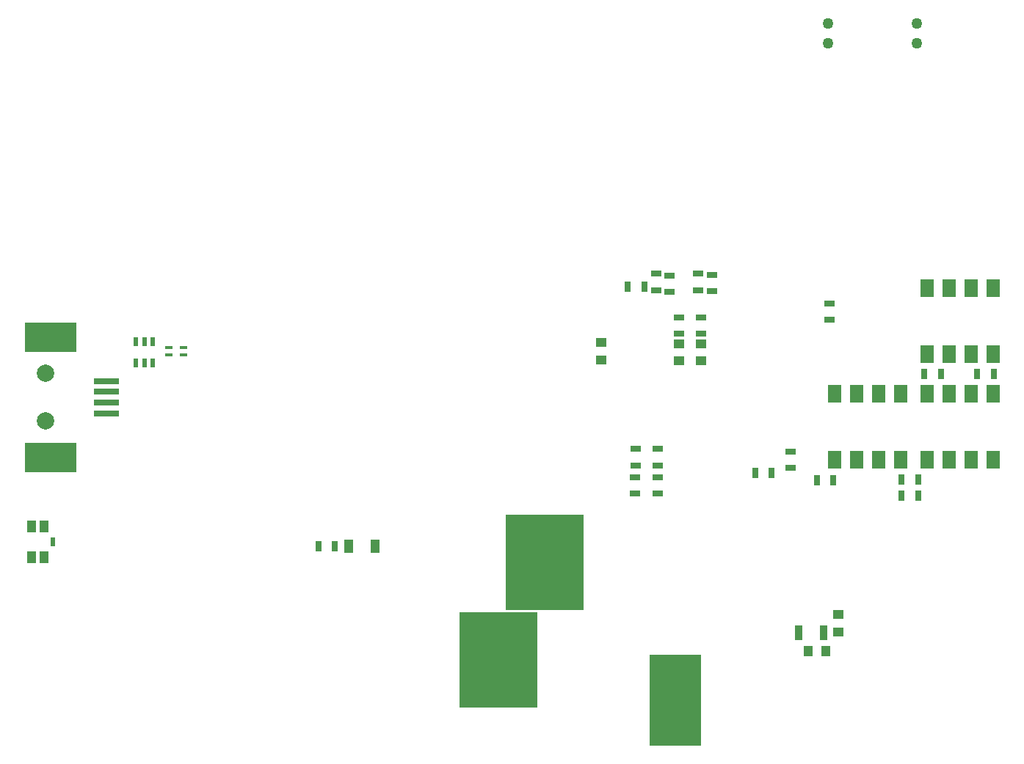
<source format=gbp>
G04 #@! TF.GenerationSoftware,KiCad,Pcbnew,5.1.9+dfsg1-1~bpo10+1*
G04 #@! TF.CreationDate,2021-11-10T17:09:55+00:00*
G04 #@! TF.ProjectId,dropbot_control_board,64726f70-626f-4745-9f63-6f6e74726f6c,v3.6*
G04 #@! TF.SameCoordinates,Original*
G04 #@! TF.FileFunction,Paste,Bot*
G04 #@! TF.FilePolarity,Positive*
%FSLAX46Y46*%
G04 Gerber Fmt 4.6, Leading zero omitted, Abs format (unit mm)*
G04 Created by KiCad (PCBNEW 5.1.9+dfsg1-1~bpo10+1) date 2021-11-10 17:09:55*
%MOMM*%
%LPD*%
G01*
G04 APERTURE LIST*
%ADD10R,9.000000X11.000000*%
%ADD11R,6.000000X10.500000*%
%ADD12R,1.524000X2.032000*%
%ADD13R,0.700000X1.300000*%
%ADD14R,0.900000X1.700000*%
%ADD15R,1.300000X0.700000*%
%ADD16C,1.270000*%
%ADD17R,1.250000X1.000000*%
%ADD18R,1.000000X1.600000*%
%ADD19R,0.500000X1.100000*%
%ADD20R,1.050000X1.400000*%
%ADD21R,2.997200X0.711200*%
%ADD22R,6.045200X3.403600*%
%ADD23C,2.000000*%
%ADD24R,1.000000X1.250000*%
%ADD25R,0.599440X1.099820*%
%ADD26R,0.899160X0.398780*%
G04 APERTURE END LIST*
D10*
X93167000Y-84644000D03*
X87833000Y-95947000D03*
D11*
X108236000Y-100600000D03*
D12*
X137290000Y-65190000D03*
X139830000Y-65190000D03*
X142370000Y-65190000D03*
X144910000Y-65190000D03*
X144910000Y-72810000D03*
X142370000Y-72810000D03*
X139830000Y-72810000D03*
X137290000Y-72810000D03*
X134210000Y-72810000D03*
X131670000Y-72810000D03*
X129130000Y-72810000D03*
X126590000Y-72810000D03*
X126590000Y-65190000D03*
X129130000Y-65190000D03*
X131670000Y-65190000D03*
X134210000Y-65190000D03*
D13*
X143050000Y-62900000D03*
X144950000Y-62900000D03*
X138850000Y-62900000D03*
X136950000Y-62900000D03*
X136250000Y-77000000D03*
X134350000Y-77000000D03*
X124550000Y-75200000D03*
X126450000Y-75200000D03*
X136250000Y-75100000D03*
X134350000Y-75100000D03*
D14*
X122450000Y-92800000D03*
X125350000Y-92800000D03*
D15*
X110900000Y-53250000D03*
X110900000Y-51350000D03*
X106000000Y-53250000D03*
X106000000Y-51350000D03*
X106200000Y-74850000D03*
X106200000Y-76750000D03*
X103600000Y-74850000D03*
X103600000Y-76750000D03*
D16*
X136130800Y-22473200D03*
X125869200Y-22473200D03*
X136130800Y-24733800D03*
X125869200Y-24733800D03*
D17*
X108700000Y-59400000D03*
X108700000Y-61400000D03*
X111200000Y-61400000D03*
X111200000Y-59400000D03*
D13*
X104650000Y-52800000D03*
X102750000Y-52800000D03*
X67050000Y-82800000D03*
X68950000Y-82800000D03*
D15*
X103700000Y-73450000D03*
X103700000Y-71550000D03*
X106200000Y-73450000D03*
X106200000Y-71550000D03*
X108700000Y-58250000D03*
X108700000Y-56350000D03*
X111200000Y-58250000D03*
X111200000Y-56350000D03*
X107600000Y-51550000D03*
X107600000Y-53450000D03*
X112500000Y-51450000D03*
X112500000Y-53350000D03*
D13*
X119350000Y-74300000D03*
X117450000Y-74300000D03*
D15*
X121500000Y-73750000D03*
X121500000Y-71850000D03*
X126000000Y-54750000D03*
X126000000Y-56650000D03*
D18*
X73600000Y-82800000D03*
X70600000Y-82800000D03*
D19*
X36400000Y-82300000D03*
D20*
X33975000Y-80500000D03*
X33975000Y-84100000D03*
X35425000Y-80500000D03*
X35425000Y-84100000D03*
D21*
X42610400Y-63731830D03*
X42610400Y-64976430D03*
X42610400Y-66171030D03*
X42610400Y-67465630D03*
D22*
X36181660Y-58679770D03*
X36181660Y-72520230D03*
D23*
X35600000Y-62842830D03*
X35600000Y-68354630D03*
D12*
X144910000Y-60610000D03*
X142370000Y-60610000D03*
X139830000Y-60610000D03*
X137290000Y-60610000D03*
X137290000Y-52990000D03*
X139830000Y-52990000D03*
X142370000Y-52990000D03*
X144910000Y-52990000D03*
D24*
X125600000Y-94900000D03*
X123600000Y-94900000D03*
D17*
X127000000Y-90700000D03*
X127000000Y-92700000D03*
X99700000Y-61300000D03*
X99700000Y-59300000D03*
D25*
X47949960Y-61649680D03*
X47000000Y-61649680D03*
X46050040Y-61649680D03*
X46050040Y-59150320D03*
X47000000Y-59150320D03*
X47949960Y-59150320D03*
D26*
X49851640Y-60698780D03*
X51548360Y-60698780D03*
X51548360Y-59901220D03*
X49851640Y-59901220D03*
M02*

</source>
